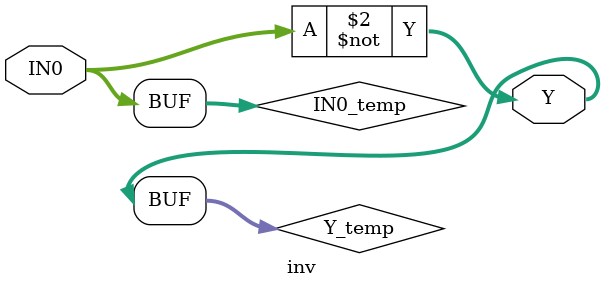
<source format=v>
module inv(IN0,Y);
  parameter N = 8;
  parameter DPFLAG = 1;
  parameter GROUP = "dpath1";
  parameter
        d_IN0 = 0,
        d_Y = 1;
  input [(N - 1):0] IN0;
  output [(N - 1):0] Y;
  wire [(N - 1):0] IN0_temp;
  reg [(N - 1):0] Y_temp;
  assign #(d_IN0) IN0_temp = IN0;
  assign #(d_Y) Y = Y_temp;
  always
    @(IN0_temp)
      begin
      Y_temp = ( ~ IN0_temp);
      end
endmodule

</source>
